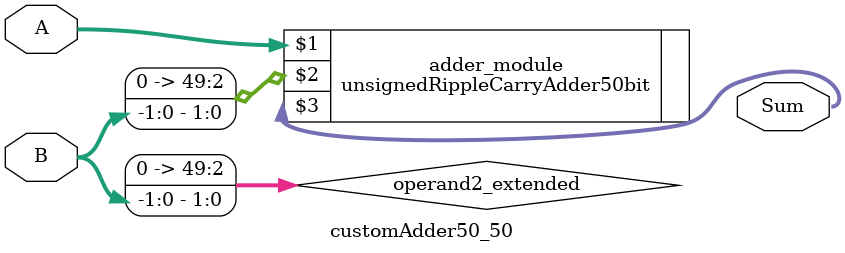
<source format=v>
module customAdder50_50(
                        input [49 : 0] A,
                        input [-1 : 0] B,
                        
                        output [50 : 0] Sum
                );

        wire [49 : 0] operand2_extended;
        
        assign operand2_extended =  {50'b0, B};
        
        unsignedRippleCarryAdder50bit adder_module(
            A,
            operand2_extended,
            Sum
        );
        
        endmodule
        
</source>
